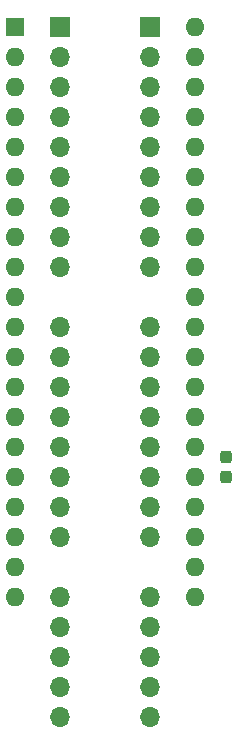
<source format=gbr>
G04 #@! TF.GenerationSoftware,KiCad,Pcbnew,8.0.4+dfsg-1*
G04 #@! TF.CreationDate,2025-03-02T15:08:39+09:00*
G04 #@! TF.ProjectId,bionic-tms7000,62696f6e-6963-42d7-946d-73373030302e,4*
G04 #@! TF.SameCoordinates,Original*
G04 #@! TF.FileFunction,Soldermask,Bot*
G04 #@! TF.FilePolarity,Negative*
%FSLAX46Y46*%
G04 Gerber Fmt 4.6, Leading zero omitted, Abs format (unit mm)*
G04 Created by KiCad (PCBNEW 8.0.4+dfsg-1) date 2025-03-02 15:08:39*
%MOMM*%
%LPD*%
G01*
G04 APERTURE LIST*
G04 Aperture macros list*
%AMRoundRect*
0 Rectangle with rounded corners*
0 $1 Rounding radius*
0 $2 $3 $4 $5 $6 $7 $8 $9 X,Y pos of 4 corners*
0 Add a 4 corners polygon primitive as box body*
4,1,4,$2,$3,$4,$5,$6,$7,$8,$9,$2,$3,0*
0 Add four circle primitives for the rounded corners*
1,1,$1+$1,$2,$3*
1,1,$1+$1,$4,$5*
1,1,$1+$1,$6,$7*
1,1,$1+$1,$8,$9*
0 Add four rect primitives between the rounded corners*
20,1,$1+$1,$2,$3,$4,$5,0*
20,1,$1+$1,$4,$5,$6,$7,0*
20,1,$1+$1,$6,$7,$8,$9,0*
20,1,$1+$1,$8,$9,$2,$3,0*%
G04 Aperture macros list end*
%ADD10O,1.700000X1.700000*%
%ADD11R,1.700000X1.700000*%
%ADD12RoundRect,0.237500X0.237500X-0.300000X0.237500X0.300000X-0.237500X0.300000X-0.237500X-0.300000X0*%
%ADD13R,1.600000X1.600000*%
%ADD14O,1.600000X1.600000*%
G04 APERTURE END LIST*
D10*
X117510000Y-133500000D03*
X117510000Y-130960000D03*
X117510000Y-128420000D03*
X117510000Y-125880000D03*
X117510000Y-123340000D03*
X117510000Y-118260000D03*
X117510000Y-115720000D03*
X117510000Y-113180000D03*
X117510000Y-110640000D03*
X117510000Y-108100000D03*
X117510000Y-105560000D03*
X117510000Y-103020000D03*
X117510000Y-100480000D03*
X117510000Y-95400000D03*
X117510000Y-92860000D03*
X117510000Y-90320000D03*
X117510000Y-87780000D03*
X117510000Y-85240000D03*
X117510000Y-82700000D03*
X117510000Y-80160000D03*
X117510000Y-77620000D03*
D11*
X117510000Y-75080000D03*
X109890000Y-75080000D03*
D10*
X109890000Y-77620000D03*
X109890000Y-80160000D03*
X109890000Y-82700000D03*
X109890000Y-85240000D03*
X109890000Y-87780000D03*
X109890000Y-90320000D03*
X109890000Y-92860000D03*
X109890000Y-95400000D03*
X109890000Y-100480000D03*
X109890000Y-103020000D03*
X109890000Y-105560000D03*
X109890000Y-108100000D03*
X109890000Y-110640000D03*
X109890000Y-113180000D03*
X109890000Y-115720000D03*
X109890000Y-118260000D03*
X109890000Y-123340000D03*
X109890000Y-125880000D03*
X109890000Y-128420000D03*
X109890000Y-130960000D03*
X109890000Y-133500000D03*
D12*
X123961600Y-113178900D03*
X123961600Y-111453900D03*
D13*
X106080000Y-75080000D03*
D14*
X106080000Y-77620000D03*
X106080000Y-80160000D03*
X106080000Y-82700000D03*
X106080000Y-85240000D03*
X106080000Y-87780000D03*
X106080000Y-90320000D03*
X106080000Y-92860000D03*
X106080000Y-95400000D03*
X106080000Y-97940000D03*
X106080000Y-100480000D03*
X106080000Y-103020000D03*
X106080000Y-105560000D03*
X106080000Y-108100000D03*
X106080000Y-110640000D03*
X106080000Y-113180000D03*
X106080000Y-115720000D03*
X106080000Y-118260000D03*
X106080000Y-120800000D03*
X106080000Y-123340000D03*
X121320000Y-123340000D03*
X121320000Y-120800000D03*
X121320000Y-118260000D03*
X121320000Y-115720000D03*
X121320000Y-113180000D03*
X121320000Y-110640000D03*
X121320000Y-108100000D03*
X121320000Y-105560000D03*
X121320000Y-103020000D03*
X121320000Y-100480000D03*
X121320000Y-97940000D03*
X121320000Y-95400000D03*
X121320000Y-92860000D03*
X121320000Y-90320000D03*
X121320000Y-87780000D03*
X121320000Y-85240000D03*
X121320000Y-82700000D03*
X121320000Y-80160000D03*
X121320000Y-77620000D03*
X121320000Y-75080000D03*
M02*

</source>
